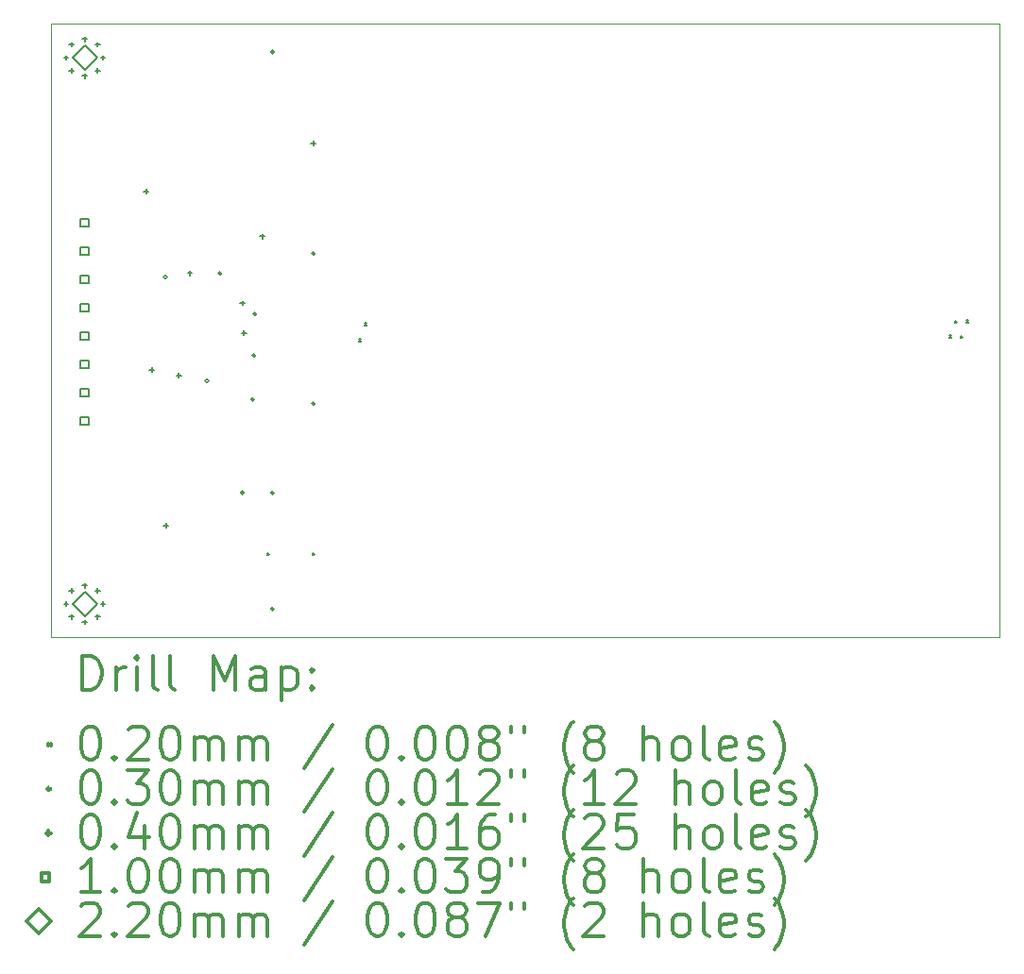
<source format=gbr>
%FSLAX45Y45*%
G04 Gerber Fmt 4.5, Leading zero omitted, Abs format (unit mm)*
G04 Created by KiCad (PCBNEW (5.1.2)-2) date 2022-12-09 13:09:03*
%MOMM*%
%LPD*%
G04 APERTURE LIST*
%ADD10C,0.100000*%
%ADD11C,0.200000*%
%ADD12C,0.300000*%
G04 APERTURE END LIST*
D10*
X16755000Y-12700000D02*
X8255000Y-12700000D01*
X16755000Y-7200000D02*
X16755000Y-12700000D01*
X8255000Y-7200000D02*
X16755000Y-7200000D01*
X8255000Y-12700000D02*
X8255000Y-7200000D01*
D11*
X10190640Y-11947050D02*
X10210640Y-11967050D01*
X10210640Y-11947050D02*
X10190640Y-11967050D01*
X10595770Y-11947050D02*
X10615770Y-11967050D01*
X10615770Y-11947050D02*
X10595770Y-11967050D01*
X11009600Y-10028080D02*
X11029600Y-10048080D01*
X11029600Y-10028080D02*
X11009600Y-10048080D01*
X11060400Y-9882030D02*
X11080400Y-9902030D01*
X11080400Y-9882030D02*
X11060400Y-9902030D01*
X16305500Y-9993790D02*
X16325500Y-10013790D01*
X16325500Y-9993790D02*
X16305500Y-10013790D01*
X16356300Y-9859170D02*
X16376300Y-9879170D01*
X16376300Y-9859170D02*
X16356300Y-9879170D01*
X16407100Y-9996330D02*
X16427100Y-10016330D01*
X16427100Y-9996330D02*
X16407100Y-10016330D01*
X16456630Y-9857900D02*
X16476630Y-9877900D01*
X16476630Y-9857900D02*
X16456630Y-9877900D01*
X9292236Y-9467964D02*
G75*
G03X9292236Y-9467964I-15000J0D01*
G01*
X9667000Y-10401300D02*
G75*
G03X9667000Y-10401300I-15000J0D01*
G01*
X9781300Y-9436100D02*
G75*
G03X9781300Y-9436100I-15000J0D01*
G01*
X9984500Y-11404600D02*
G75*
G03X9984500Y-11404600I-15000J0D01*
G01*
X10073400Y-10566400D02*
G75*
G03X10073400Y-10566400I-15000J0D01*
G01*
X10087370Y-10173970D02*
G75*
G03X10087370Y-10173970I-15000J0D01*
G01*
X10093720Y-9801860D02*
G75*
G03X10093720Y-9801860I-15000J0D01*
G01*
X10251200Y-11404600D02*
G75*
G03X10251200Y-11404600I-15000J0D01*
G01*
X10251200Y-12446000D02*
G75*
G03X10251200Y-12446000I-15000J0D01*
G01*
X10256100Y-7450000D02*
G75*
G03X10256100Y-7450000I-15000J0D01*
G01*
X10619500Y-9258300D02*
G75*
G03X10619500Y-9258300I-15000J0D01*
G01*
X10619500Y-10604500D02*
G75*
G03X10619500Y-10604500I-15000J0D01*
G01*
X9105900Y-8679500D02*
X9105900Y-8719500D01*
X9085900Y-8699500D02*
X9125900Y-8699500D01*
X9156700Y-10279700D02*
X9156700Y-10319700D01*
X9136700Y-10299700D02*
X9176700Y-10299700D01*
X9283700Y-11676700D02*
X9283700Y-11716700D01*
X9263700Y-11696700D02*
X9303700Y-11696700D01*
X9398000Y-10330500D02*
X9398000Y-10370500D01*
X9378000Y-10350500D02*
X9418000Y-10350500D01*
X9498639Y-9415139D02*
X9498639Y-9455139D01*
X9478639Y-9435139D02*
X9518639Y-9435139D01*
X9969500Y-9682800D02*
X9969500Y-9722800D01*
X9949500Y-9702800D02*
X9989500Y-9702800D01*
X9982200Y-9949500D02*
X9982200Y-9989500D01*
X9962200Y-9969500D02*
X10002200Y-9969500D01*
X10146400Y-9085000D02*
X10146400Y-9125000D01*
X10126400Y-9105000D02*
X10166400Y-9105000D01*
X10604500Y-8247700D02*
X10604500Y-8287700D01*
X10584500Y-8267700D02*
X10624500Y-8267700D01*
X8390000Y-12380000D02*
X8390000Y-12420000D01*
X8370000Y-12400000D02*
X8410000Y-12400000D01*
X8438327Y-12263327D02*
X8438327Y-12303327D01*
X8418327Y-12283327D02*
X8458327Y-12283327D01*
X8438327Y-12496673D02*
X8438327Y-12536673D01*
X8418327Y-12516673D02*
X8458327Y-12516673D01*
X8555000Y-12215000D02*
X8555000Y-12255000D01*
X8535000Y-12235000D02*
X8575000Y-12235000D01*
X8555000Y-12545000D02*
X8555000Y-12585000D01*
X8535000Y-12565000D02*
X8575000Y-12565000D01*
X8671673Y-12263327D02*
X8671673Y-12303327D01*
X8651673Y-12283327D02*
X8691673Y-12283327D01*
X8671673Y-12496673D02*
X8671673Y-12536673D01*
X8651673Y-12516673D02*
X8691673Y-12516673D01*
X8720000Y-12380000D02*
X8720000Y-12420000D01*
X8700000Y-12400000D02*
X8740000Y-12400000D01*
X8390000Y-7480000D02*
X8390000Y-7520000D01*
X8370000Y-7500000D02*
X8410000Y-7500000D01*
X8438327Y-7363327D02*
X8438327Y-7403327D01*
X8418327Y-7383327D02*
X8458327Y-7383327D01*
X8438327Y-7596673D02*
X8438327Y-7636673D01*
X8418327Y-7616673D02*
X8458327Y-7616673D01*
X8555000Y-7315000D02*
X8555000Y-7355000D01*
X8535000Y-7335000D02*
X8575000Y-7335000D01*
X8555000Y-7645000D02*
X8555000Y-7685000D01*
X8535000Y-7665000D02*
X8575000Y-7665000D01*
X8671673Y-7363327D02*
X8671673Y-7403327D01*
X8651673Y-7383327D02*
X8691673Y-7383327D01*
X8671673Y-7596673D02*
X8671673Y-7636673D01*
X8651673Y-7616673D02*
X8691673Y-7616673D01*
X8720000Y-7480000D02*
X8720000Y-7520000D01*
X8700000Y-7500000D02*
X8740000Y-7500000D01*
X8590356Y-9019356D02*
X8590356Y-8948644D01*
X8519644Y-8948644D01*
X8519644Y-9019356D01*
X8590356Y-9019356D01*
X8590356Y-9273356D02*
X8590356Y-9202644D01*
X8519644Y-9202644D01*
X8519644Y-9273356D01*
X8590356Y-9273356D01*
X8590356Y-9527356D02*
X8590356Y-9456644D01*
X8519644Y-9456644D01*
X8519644Y-9527356D01*
X8590356Y-9527356D01*
X8590356Y-9781356D02*
X8590356Y-9710644D01*
X8519644Y-9710644D01*
X8519644Y-9781356D01*
X8590356Y-9781356D01*
X8590356Y-10035356D02*
X8590356Y-9964644D01*
X8519644Y-9964644D01*
X8519644Y-10035356D01*
X8590356Y-10035356D01*
X8590356Y-10289356D02*
X8590356Y-10218644D01*
X8519644Y-10218644D01*
X8519644Y-10289356D01*
X8590356Y-10289356D01*
X8590356Y-10543356D02*
X8590356Y-10472644D01*
X8519644Y-10472644D01*
X8519644Y-10543356D01*
X8590356Y-10543356D01*
X8590356Y-10797356D02*
X8590356Y-10726644D01*
X8519644Y-10726644D01*
X8519644Y-10797356D01*
X8590356Y-10797356D01*
X8555000Y-12510000D02*
X8665000Y-12400000D01*
X8555000Y-12290000D01*
X8445000Y-12400000D01*
X8555000Y-12510000D01*
X8555000Y-7610000D02*
X8665000Y-7500000D01*
X8555000Y-7390000D01*
X8445000Y-7500000D01*
X8555000Y-7610000D01*
D12*
X8536428Y-13170714D02*
X8536428Y-12870714D01*
X8607857Y-12870714D01*
X8650714Y-12885000D01*
X8679286Y-12913571D01*
X8693571Y-12942143D01*
X8707857Y-12999286D01*
X8707857Y-13042143D01*
X8693571Y-13099286D01*
X8679286Y-13127857D01*
X8650714Y-13156429D01*
X8607857Y-13170714D01*
X8536428Y-13170714D01*
X8836428Y-13170714D02*
X8836428Y-12970714D01*
X8836428Y-13027857D02*
X8850714Y-12999286D01*
X8865000Y-12985000D01*
X8893571Y-12970714D01*
X8922143Y-12970714D01*
X9022143Y-13170714D02*
X9022143Y-12970714D01*
X9022143Y-12870714D02*
X9007857Y-12885000D01*
X9022143Y-12899286D01*
X9036428Y-12885000D01*
X9022143Y-12870714D01*
X9022143Y-12899286D01*
X9207857Y-13170714D02*
X9179286Y-13156429D01*
X9165000Y-13127857D01*
X9165000Y-12870714D01*
X9365000Y-13170714D02*
X9336428Y-13156429D01*
X9322143Y-13127857D01*
X9322143Y-12870714D01*
X9707857Y-13170714D02*
X9707857Y-12870714D01*
X9807857Y-13085000D01*
X9907857Y-12870714D01*
X9907857Y-13170714D01*
X10179286Y-13170714D02*
X10179286Y-13013571D01*
X10165000Y-12985000D01*
X10136428Y-12970714D01*
X10079286Y-12970714D01*
X10050714Y-12985000D01*
X10179286Y-13156429D02*
X10150714Y-13170714D01*
X10079286Y-13170714D01*
X10050714Y-13156429D01*
X10036428Y-13127857D01*
X10036428Y-13099286D01*
X10050714Y-13070714D01*
X10079286Y-13056429D01*
X10150714Y-13056429D01*
X10179286Y-13042143D01*
X10322143Y-12970714D02*
X10322143Y-13270714D01*
X10322143Y-12985000D02*
X10350714Y-12970714D01*
X10407857Y-12970714D01*
X10436428Y-12985000D01*
X10450714Y-12999286D01*
X10465000Y-13027857D01*
X10465000Y-13113571D01*
X10450714Y-13142143D01*
X10436428Y-13156429D01*
X10407857Y-13170714D01*
X10350714Y-13170714D01*
X10322143Y-13156429D01*
X10593571Y-13142143D02*
X10607857Y-13156429D01*
X10593571Y-13170714D01*
X10579286Y-13156429D01*
X10593571Y-13142143D01*
X10593571Y-13170714D01*
X10593571Y-12985000D02*
X10607857Y-12999286D01*
X10593571Y-13013571D01*
X10579286Y-12999286D01*
X10593571Y-12985000D01*
X10593571Y-13013571D01*
X8230000Y-13655000D02*
X8250000Y-13675000D01*
X8250000Y-13655000D02*
X8230000Y-13675000D01*
X8593571Y-13500714D02*
X8622143Y-13500714D01*
X8650714Y-13515000D01*
X8665000Y-13529286D01*
X8679286Y-13557857D01*
X8693571Y-13615000D01*
X8693571Y-13686429D01*
X8679286Y-13743571D01*
X8665000Y-13772143D01*
X8650714Y-13786429D01*
X8622143Y-13800714D01*
X8593571Y-13800714D01*
X8565000Y-13786429D01*
X8550714Y-13772143D01*
X8536428Y-13743571D01*
X8522143Y-13686429D01*
X8522143Y-13615000D01*
X8536428Y-13557857D01*
X8550714Y-13529286D01*
X8565000Y-13515000D01*
X8593571Y-13500714D01*
X8822143Y-13772143D02*
X8836428Y-13786429D01*
X8822143Y-13800714D01*
X8807857Y-13786429D01*
X8822143Y-13772143D01*
X8822143Y-13800714D01*
X8950714Y-13529286D02*
X8965000Y-13515000D01*
X8993571Y-13500714D01*
X9065000Y-13500714D01*
X9093571Y-13515000D01*
X9107857Y-13529286D01*
X9122143Y-13557857D01*
X9122143Y-13586429D01*
X9107857Y-13629286D01*
X8936428Y-13800714D01*
X9122143Y-13800714D01*
X9307857Y-13500714D02*
X9336428Y-13500714D01*
X9365000Y-13515000D01*
X9379286Y-13529286D01*
X9393571Y-13557857D01*
X9407857Y-13615000D01*
X9407857Y-13686429D01*
X9393571Y-13743571D01*
X9379286Y-13772143D01*
X9365000Y-13786429D01*
X9336428Y-13800714D01*
X9307857Y-13800714D01*
X9279286Y-13786429D01*
X9265000Y-13772143D01*
X9250714Y-13743571D01*
X9236428Y-13686429D01*
X9236428Y-13615000D01*
X9250714Y-13557857D01*
X9265000Y-13529286D01*
X9279286Y-13515000D01*
X9307857Y-13500714D01*
X9536428Y-13800714D02*
X9536428Y-13600714D01*
X9536428Y-13629286D02*
X9550714Y-13615000D01*
X9579286Y-13600714D01*
X9622143Y-13600714D01*
X9650714Y-13615000D01*
X9665000Y-13643571D01*
X9665000Y-13800714D01*
X9665000Y-13643571D02*
X9679286Y-13615000D01*
X9707857Y-13600714D01*
X9750714Y-13600714D01*
X9779286Y-13615000D01*
X9793571Y-13643571D01*
X9793571Y-13800714D01*
X9936428Y-13800714D02*
X9936428Y-13600714D01*
X9936428Y-13629286D02*
X9950714Y-13615000D01*
X9979286Y-13600714D01*
X10022143Y-13600714D01*
X10050714Y-13615000D01*
X10065000Y-13643571D01*
X10065000Y-13800714D01*
X10065000Y-13643571D02*
X10079286Y-13615000D01*
X10107857Y-13600714D01*
X10150714Y-13600714D01*
X10179286Y-13615000D01*
X10193571Y-13643571D01*
X10193571Y-13800714D01*
X10779286Y-13486429D02*
X10522143Y-13872143D01*
X11165000Y-13500714D02*
X11193571Y-13500714D01*
X11222143Y-13515000D01*
X11236428Y-13529286D01*
X11250714Y-13557857D01*
X11265000Y-13615000D01*
X11265000Y-13686429D01*
X11250714Y-13743571D01*
X11236428Y-13772143D01*
X11222143Y-13786429D01*
X11193571Y-13800714D01*
X11165000Y-13800714D01*
X11136428Y-13786429D01*
X11122143Y-13772143D01*
X11107857Y-13743571D01*
X11093571Y-13686429D01*
X11093571Y-13615000D01*
X11107857Y-13557857D01*
X11122143Y-13529286D01*
X11136428Y-13515000D01*
X11165000Y-13500714D01*
X11393571Y-13772143D02*
X11407857Y-13786429D01*
X11393571Y-13800714D01*
X11379286Y-13786429D01*
X11393571Y-13772143D01*
X11393571Y-13800714D01*
X11593571Y-13500714D02*
X11622143Y-13500714D01*
X11650714Y-13515000D01*
X11665000Y-13529286D01*
X11679286Y-13557857D01*
X11693571Y-13615000D01*
X11693571Y-13686429D01*
X11679286Y-13743571D01*
X11665000Y-13772143D01*
X11650714Y-13786429D01*
X11622143Y-13800714D01*
X11593571Y-13800714D01*
X11565000Y-13786429D01*
X11550714Y-13772143D01*
X11536428Y-13743571D01*
X11522143Y-13686429D01*
X11522143Y-13615000D01*
X11536428Y-13557857D01*
X11550714Y-13529286D01*
X11565000Y-13515000D01*
X11593571Y-13500714D01*
X11879286Y-13500714D02*
X11907857Y-13500714D01*
X11936428Y-13515000D01*
X11950714Y-13529286D01*
X11965000Y-13557857D01*
X11979286Y-13615000D01*
X11979286Y-13686429D01*
X11965000Y-13743571D01*
X11950714Y-13772143D01*
X11936428Y-13786429D01*
X11907857Y-13800714D01*
X11879286Y-13800714D01*
X11850714Y-13786429D01*
X11836428Y-13772143D01*
X11822143Y-13743571D01*
X11807857Y-13686429D01*
X11807857Y-13615000D01*
X11822143Y-13557857D01*
X11836428Y-13529286D01*
X11850714Y-13515000D01*
X11879286Y-13500714D01*
X12150714Y-13629286D02*
X12122143Y-13615000D01*
X12107857Y-13600714D01*
X12093571Y-13572143D01*
X12093571Y-13557857D01*
X12107857Y-13529286D01*
X12122143Y-13515000D01*
X12150714Y-13500714D01*
X12207857Y-13500714D01*
X12236428Y-13515000D01*
X12250714Y-13529286D01*
X12265000Y-13557857D01*
X12265000Y-13572143D01*
X12250714Y-13600714D01*
X12236428Y-13615000D01*
X12207857Y-13629286D01*
X12150714Y-13629286D01*
X12122143Y-13643571D01*
X12107857Y-13657857D01*
X12093571Y-13686429D01*
X12093571Y-13743571D01*
X12107857Y-13772143D01*
X12122143Y-13786429D01*
X12150714Y-13800714D01*
X12207857Y-13800714D01*
X12236428Y-13786429D01*
X12250714Y-13772143D01*
X12265000Y-13743571D01*
X12265000Y-13686429D01*
X12250714Y-13657857D01*
X12236428Y-13643571D01*
X12207857Y-13629286D01*
X12379286Y-13500714D02*
X12379286Y-13557857D01*
X12493571Y-13500714D02*
X12493571Y-13557857D01*
X12936428Y-13915000D02*
X12922143Y-13900714D01*
X12893571Y-13857857D01*
X12879286Y-13829286D01*
X12865000Y-13786429D01*
X12850714Y-13715000D01*
X12850714Y-13657857D01*
X12865000Y-13586429D01*
X12879286Y-13543571D01*
X12893571Y-13515000D01*
X12922143Y-13472143D01*
X12936428Y-13457857D01*
X13093571Y-13629286D02*
X13065000Y-13615000D01*
X13050714Y-13600714D01*
X13036428Y-13572143D01*
X13036428Y-13557857D01*
X13050714Y-13529286D01*
X13065000Y-13515000D01*
X13093571Y-13500714D01*
X13150714Y-13500714D01*
X13179286Y-13515000D01*
X13193571Y-13529286D01*
X13207857Y-13557857D01*
X13207857Y-13572143D01*
X13193571Y-13600714D01*
X13179286Y-13615000D01*
X13150714Y-13629286D01*
X13093571Y-13629286D01*
X13065000Y-13643571D01*
X13050714Y-13657857D01*
X13036428Y-13686429D01*
X13036428Y-13743571D01*
X13050714Y-13772143D01*
X13065000Y-13786429D01*
X13093571Y-13800714D01*
X13150714Y-13800714D01*
X13179286Y-13786429D01*
X13193571Y-13772143D01*
X13207857Y-13743571D01*
X13207857Y-13686429D01*
X13193571Y-13657857D01*
X13179286Y-13643571D01*
X13150714Y-13629286D01*
X13565000Y-13800714D02*
X13565000Y-13500714D01*
X13693571Y-13800714D02*
X13693571Y-13643571D01*
X13679286Y-13615000D01*
X13650714Y-13600714D01*
X13607857Y-13600714D01*
X13579286Y-13615000D01*
X13565000Y-13629286D01*
X13879286Y-13800714D02*
X13850714Y-13786429D01*
X13836428Y-13772143D01*
X13822143Y-13743571D01*
X13822143Y-13657857D01*
X13836428Y-13629286D01*
X13850714Y-13615000D01*
X13879286Y-13600714D01*
X13922143Y-13600714D01*
X13950714Y-13615000D01*
X13965000Y-13629286D01*
X13979286Y-13657857D01*
X13979286Y-13743571D01*
X13965000Y-13772143D01*
X13950714Y-13786429D01*
X13922143Y-13800714D01*
X13879286Y-13800714D01*
X14150714Y-13800714D02*
X14122143Y-13786429D01*
X14107857Y-13757857D01*
X14107857Y-13500714D01*
X14379286Y-13786429D02*
X14350714Y-13800714D01*
X14293571Y-13800714D01*
X14265000Y-13786429D01*
X14250714Y-13757857D01*
X14250714Y-13643571D01*
X14265000Y-13615000D01*
X14293571Y-13600714D01*
X14350714Y-13600714D01*
X14379286Y-13615000D01*
X14393571Y-13643571D01*
X14393571Y-13672143D01*
X14250714Y-13700714D01*
X14507857Y-13786429D02*
X14536428Y-13800714D01*
X14593571Y-13800714D01*
X14622143Y-13786429D01*
X14636428Y-13757857D01*
X14636428Y-13743571D01*
X14622143Y-13715000D01*
X14593571Y-13700714D01*
X14550714Y-13700714D01*
X14522143Y-13686429D01*
X14507857Y-13657857D01*
X14507857Y-13643571D01*
X14522143Y-13615000D01*
X14550714Y-13600714D01*
X14593571Y-13600714D01*
X14622143Y-13615000D01*
X14736428Y-13915000D02*
X14750714Y-13900714D01*
X14779286Y-13857857D01*
X14793571Y-13829286D01*
X14807857Y-13786429D01*
X14822143Y-13715000D01*
X14822143Y-13657857D01*
X14807857Y-13586429D01*
X14793571Y-13543571D01*
X14779286Y-13515000D01*
X14750714Y-13472143D01*
X14736428Y-13457857D01*
X8250000Y-14061000D02*
G75*
G03X8250000Y-14061000I-15000J0D01*
G01*
X8593571Y-13896714D02*
X8622143Y-13896714D01*
X8650714Y-13911000D01*
X8665000Y-13925286D01*
X8679286Y-13953857D01*
X8693571Y-14011000D01*
X8693571Y-14082429D01*
X8679286Y-14139571D01*
X8665000Y-14168143D01*
X8650714Y-14182429D01*
X8622143Y-14196714D01*
X8593571Y-14196714D01*
X8565000Y-14182429D01*
X8550714Y-14168143D01*
X8536428Y-14139571D01*
X8522143Y-14082429D01*
X8522143Y-14011000D01*
X8536428Y-13953857D01*
X8550714Y-13925286D01*
X8565000Y-13911000D01*
X8593571Y-13896714D01*
X8822143Y-14168143D02*
X8836428Y-14182429D01*
X8822143Y-14196714D01*
X8807857Y-14182429D01*
X8822143Y-14168143D01*
X8822143Y-14196714D01*
X8936428Y-13896714D02*
X9122143Y-13896714D01*
X9022143Y-14011000D01*
X9065000Y-14011000D01*
X9093571Y-14025286D01*
X9107857Y-14039571D01*
X9122143Y-14068143D01*
X9122143Y-14139571D01*
X9107857Y-14168143D01*
X9093571Y-14182429D01*
X9065000Y-14196714D01*
X8979286Y-14196714D01*
X8950714Y-14182429D01*
X8936428Y-14168143D01*
X9307857Y-13896714D02*
X9336428Y-13896714D01*
X9365000Y-13911000D01*
X9379286Y-13925286D01*
X9393571Y-13953857D01*
X9407857Y-14011000D01*
X9407857Y-14082429D01*
X9393571Y-14139571D01*
X9379286Y-14168143D01*
X9365000Y-14182429D01*
X9336428Y-14196714D01*
X9307857Y-14196714D01*
X9279286Y-14182429D01*
X9265000Y-14168143D01*
X9250714Y-14139571D01*
X9236428Y-14082429D01*
X9236428Y-14011000D01*
X9250714Y-13953857D01*
X9265000Y-13925286D01*
X9279286Y-13911000D01*
X9307857Y-13896714D01*
X9536428Y-14196714D02*
X9536428Y-13996714D01*
X9536428Y-14025286D02*
X9550714Y-14011000D01*
X9579286Y-13996714D01*
X9622143Y-13996714D01*
X9650714Y-14011000D01*
X9665000Y-14039571D01*
X9665000Y-14196714D01*
X9665000Y-14039571D02*
X9679286Y-14011000D01*
X9707857Y-13996714D01*
X9750714Y-13996714D01*
X9779286Y-14011000D01*
X9793571Y-14039571D01*
X9793571Y-14196714D01*
X9936428Y-14196714D02*
X9936428Y-13996714D01*
X9936428Y-14025286D02*
X9950714Y-14011000D01*
X9979286Y-13996714D01*
X10022143Y-13996714D01*
X10050714Y-14011000D01*
X10065000Y-14039571D01*
X10065000Y-14196714D01*
X10065000Y-14039571D02*
X10079286Y-14011000D01*
X10107857Y-13996714D01*
X10150714Y-13996714D01*
X10179286Y-14011000D01*
X10193571Y-14039571D01*
X10193571Y-14196714D01*
X10779286Y-13882429D02*
X10522143Y-14268143D01*
X11165000Y-13896714D02*
X11193571Y-13896714D01*
X11222143Y-13911000D01*
X11236428Y-13925286D01*
X11250714Y-13953857D01*
X11265000Y-14011000D01*
X11265000Y-14082429D01*
X11250714Y-14139571D01*
X11236428Y-14168143D01*
X11222143Y-14182429D01*
X11193571Y-14196714D01*
X11165000Y-14196714D01*
X11136428Y-14182429D01*
X11122143Y-14168143D01*
X11107857Y-14139571D01*
X11093571Y-14082429D01*
X11093571Y-14011000D01*
X11107857Y-13953857D01*
X11122143Y-13925286D01*
X11136428Y-13911000D01*
X11165000Y-13896714D01*
X11393571Y-14168143D02*
X11407857Y-14182429D01*
X11393571Y-14196714D01*
X11379286Y-14182429D01*
X11393571Y-14168143D01*
X11393571Y-14196714D01*
X11593571Y-13896714D02*
X11622143Y-13896714D01*
X11650714Y-13911000D01*
X11665000Y-13925286D01*
X11679286Y-13953857D01*
X11693571Y-14011000D01*
X11693571Y-14082429D01*
X11679286Y-14139571D01*
X11665000Y-14168143D01*
X11650714Y-14182429D01*
X11622143Y-14196714D01*
X11593571Y-14196714D01*
X11565000Y-14182429D01*
X11550714Y-14168143D01*
X11536428Y-14139571D01*
X11522143Y-14082429D01*
X11522143Y-14011000D01*
X11536428Y-13953857D01*
X11550714Y-13925286D01*
X11565000Y-13911000D01*
X11593571Y-13896714D01*
X11979286Y-14196714D02*
X11807857Y-14196714D01*
X11893571Y-14196714D02*
X11893571Y-13896714D01*
X11865000Y-13939571D01*
X11836428Y-13968143D01*
X11807857Y-13982429D01*
X12093571Y-13925286D02*
X12107857Y-13911000D01*
X12136428Y-13896714D01*
X12207857Y-13896714D01*
X12236428Y-13911000D01*
X12250714Y-13925286D01*
X12265000Y-13953857D01*
X12265000Y-13982429D01*
X12250714Y-14025286D01*
X12079286Y-14196714D01*
X12265000Y-14196714D01*
X12379286Y-13896714D02*
X12379286Y-13953857D01*
X12493571Y-13896714D02*
X12493571Y-13953857D01*
X12936428Y-14311000D02*
X12922143Y-14296714D01*
X12893571Y-14253857D01*
X12879286Y-14225286D01*
X12865000Y-14182429D01*
X12850714Y-14111000D01*
X12850714Y-14053857D01*
X12865000Y-13982429D01*
X12879286Y-13939571D01*
X12893571Y-13911000D01*
X12922143Y-13868143D01*
X12936428Y-13853857D01*
X13207857Y-14196714D02*
X13036428Y-14196714D01*
X13122143Y-14196714D02*
X13122143Y-13896714D01*
X13093571Y-13939571D01*
X13065000Y-13968143D01*
X13036428Y-13982429D01*
X13322143Y-13925286D02*
X13336428Y-13911000D01*
X13365000Y-13896714D01*
X13436428Y-13896714D01*
X13465000Y-13911000D01*
X13479286Y-13925286D01*
X13493571Y-13953857D01*
X13493571Y-13982429D01*
X13479286Y-14025286D01*
X13307857Y-14196714D01*
X13493571Y-14196714D01*
X13850714Y-14196714D02*
X13850714Y-13896714D01*
X13979286Y-14196714D02*
X13979286Y-14039571D01*
X13965000Y-14011000D01*
X13936428Y-13996714D01*
X13893571Y-13996714D01*
X13865000Y-14011000D01*
X13850714Y-14025286D01*
X14165000Y-14196714D02*
X14136428Y-14182429D01*
X14122143Y-14168143D01*
X14107857Y-14139571D01*
X14107857Y-14053857D01*
X14122143Y-14025286D01*
X14136428Y-14011000D01*
X14165000Y-13996714D01*
X14207857Y-13996714D01*
X14236428Y-14011000D01*
X14250714Y-14025286D01*
X14265000Y-14053857D01*
X14265000Y-14139571D01*
X14250714Y-14168143D01*
X14236428Y-14182429D01*
X14207857Y-14196714D01*
X14165000Y-14196714D01*
X14436428Y-14196714D02*
X14407857Y-14182429D01*
X14393571Y-14153857D01*
X14393571Y-13896714D01*
X14665000Y-14182429D02*
X14636428Y-14196714D01*
X14579286Y-14196714D01*
X14550714Y-14182429D01*
X14536428Y-14153857D01*
X14536428Y-14039571D01*
X14550714Y-14011000D01*
X14579286Y-13996714D01*
X14636428Y-13996714D01*
X14665000Y-14011000D01*
X14679286Y-14039571D01*
X14679286Y-14068143D01*
X14536428Y-14096714D01*
X14793571Y-14182429D02*
X14822143Y-14196714D01*
X14879286Y-14196714D01*
X14907857Y-14182429D01*
X14922143Y-14153857D01*
X14922143Y-14139571D01*
X14907857Y-14111000D01*
X14879286Y-14096714D01*
X14836428Y-14096714D01*
X14807857Y-14082429D01*
X14793571Y-14053857D01*
X14793571Y-14039571D01*
X14807857Y-14011000D01*
X14836428Y-13996714D01*
X14879286Y-13996714D01*
X14907857Y-14011000D01*
X15022143Y-14311000D02*
X15036428Y-14296714D01*
X15065000Y-14253857D01*
X15079286Y-14225286D01*
X15093571Y-14182429D01*
X15107857Y-14111000D01*
X15107857Y-14053857D01*
X15093571Y-13982429D01*
X15079286Y-13939571D01*
X15065000Y-13911000D01*
X15036428Y-13868143D01*
X15022143Y-13853857D01*
X8230000Y-14437000D02*
X8230000Y-14477000D01*
X8210000Y-14457000D02*
X8250000Y-14457000D01*
X8593571Y-14292714D02*
X8622143Y-14292714D01*
X8650714Y-14307000D01*
X8665000Y-14321286D01*
X8679286Y-14349857D01*
X8693571Y-14407000D01*
X8693571Y-14478429D01*
X8679286Y-14535571D01*
X8665000Y-14564143D01*
X8650714Y-14578429D01*
X8622143Y-14592714D01*
X8593571Y-14592714D01*
X8565000Y-14578429D01*
X8550714Y-14564143D01*
X8536428Y-14535571D01*
X8522143Y-14478429D01*
X8522143Y-14407000D01*
X8536428Y-14349857D01*
X8550714Y-14321286D01*
X8565000Y-14307000D01*
X8593571Y-14292714D01*
X8822143Y-14564143D02*
X8836428Y-14578429D01*
X8822143Y-14592714D01*
X8807857Y-14578429D01*
X8822143Y-14564143D01*
X8822143Y-14592714D01*
X9093571Y-14392714D02*
X9093571Y-14592714D01*
X9022143Y-14278429D02*
X8950714Y-14492714D01*
X9136428Y-14492714D01*
X9307857Y-14292714D02*
X9336428Y-14292714D01*
X9365000Y-14307000D01*
X9379286Y-14321286D01*
X9393571Y-14349857D01*
X9407857Y-14407000D01*
X9407857Y-14478429D01*
X9393571Y-14535571D01*
X9379286Y-14564143D01*
X9365000Y-14578429D01*
X9336428Y-14592714D01*
X9307857Y-14592714D01*
X9279286Y-14578429D01*
X9265000Y-14564143D01*
X9250714Y-14535571D01*
X9236428Y-14478429D01*
X9236428Y-14407000D01*
X9250714Y-14349857D01*
X9265000Y-14321286D01*
X9279286Y-14307000D01*
X9307857Y-14292714D01*
X9536428Y-14592714D02*
X9536428Y-14392714D01*
X9536428Y-14421286D02*
X9550714Y-14407000D01*
X9579286Y-14392714D01*
X9622143Y-14392714D01*
X9650714Y-14407000D01*
X9665000Y-14435571D01*
X9665000Y-14592714D01*
X9665000Y-14435571D02*
X9679286Y-14407000D01*
X9707857Y-14392714D01*
X9750714Y-14392714D01*
X9779286Y-14407000D01*
X9793571Y-14435571D01*
X9793571Y-14592714D01*
X9936428Y-14592714D02*
X9936428Y-14392714D01*
X9936428Y-14421286D02*
X9950714Y-14407000D01*
X9979286Y-14392714D01*
X10022143Y-14392714D01*
X10050714Y-14407000D01*
X10065000Y-14435571D01*
X10065000Y-14592714D01*
X10065000Y-14435571D02*
X10079286Y-14407000D01*
X10107857Y-14392714D01*
X10150714Y-14392714D01*
X10179286Y-14407000D01*
X10193571Y-14435571D01*
X10193571Y-14592714D01*
X10779286Y-14278429D02*
X10522143Y-14664143D01*
X11165000Y-14292714D02*
X11193571Y-14292714D01*
X11222143Y-14307000D01*
X11236428Y-14321286D01*
X11250714Y-14349857D01*
X11265000Y-14407000D01*
X11265000Y-14478429D01*
X11250714Y-14535571D01*
X11236428Y-14564143D01*
X11222143Y-14578429D01*
X11193571Y-14592714D01*
X11165000Y-14592714D01*
X11136428Y-14578429D01*
X11122143Y-14564143D01*
X11107857Y-14535571D01*
X11093571Y-14478429D01*
X11093571Y-14407000D01*
X11107857Y-14349857D01*
X11122143Y-14321286D01*
X11136428Y-14307000D01*
X11165000Y-14292714D01*
X11393571Y-14564143D02*
X11407857Y-14578429D01*
X11393571Y-14592714D01*
X11379286Y-14578429D01*
X11393571Y-14564143D01*
X11393571Y-14592714D01*
X11593571Y-14292714D02*
X11622143Y-14292714D01*
X11650714Y-14307000D01*
X11665000Y-14321286D01*
X11679286Y-14349857D01*
X11693571Y-14407000D01*
X11693571Y-14478429D01*
X11679286Y-14535571D01*
X11665000Y-14564143D01*
X11650714Y-14578429D01*
X11622143Y-14592714D01*
X11593571Y-14592714D01*
X11565000Y-14578429D01*
X11550714Y-14564143D01*
X11536428Y-14535571D01*
X11522143Y-14478429D01*
X11522143Y-14407000D01*
X11536428Y-14349857D01*
X11550714Y-14321286D01*
X11565000Y-14307000D01*
X11593571Y-14292714D01*
X11979286Y-14592714D02*
X11807857Y-14592714D01*
X11893571Y-14592714D02*
X11893571Y-14292714D01*
X11865000Y-14335571D01*
X11836428Y-14364143D01*
X11807857Y-14378429D01*
X12236428Y-14292714D02*
X12179286Y-14292714D01*
X12150714Y-14307000D01*
X12136428Y-14321286D01*
X12107857Y-14364143D01*
X12093571Y-14421286D01*
X12093571Y-14535571D01*
X12107857Y-14564143D01*
X12122143Y-14578429D01*
X12150714Y-14592714D01*
X12207857Y-14592714D01*
X12236428Y-14578429D01*
X12250714Y-14564143D01*
X12265000Y-14535571D01*
X12265000Y-14464143D01*
X12250714Y-14435571D01*
X12236428Y-14421286D01*
X12207857Y-14407000D01*
X12150714Y-14407000D01*
X12122143Y-14421286D01*
X12107857Y-14435571D01*
X12093571Y-14464143D01*
X12379286Y-14292714D02*
X12379286Y-14349857D01*
X12493571Y-14292714D02*
X12493571Y-14349857D01*
X12936428Y-14707000D02*
X12922143Y-14692714D01*
X12893571Y-14649857D01*
X12879286Y-14621286D01*
X12865000Y-14578429D01*
X12850714Y-14507000D01*
X12850714Y-14449857D01*
X12865000Y-14378429D01*
X12879286Y-14335571D01*
X12893571Y-14307000D01*
X12922143Y-14264143D01*
X12936428Y-14249857D01*
X13036428Y-14321286D02*
X13050714Y-14307000D01*
X13079286Y-14292714D01*
X13150714Y-14292714D01*
X13179286Y-14307000D01*
X13193571Y-14321286D01*
X13207857Y-14349857D01*
X13207857Y-14378429D01*
X13193571Y-14421286D01*
X13022143Y-14592714D01*
X13207857Y-14592714D01*
X13479286Y-14292714D02*
X13336428Y-14292714D01*
X13322143Y-14435571D01*
X13336428Y-14421286D01*
X13365000Y-14407000D01*
X13436428Y-14407000D01*
X13465000Y-14421286D01*
X13479286Y-14435571D01*
X13493571Y-14464143D01*
X13493571Y-14535571D01*
X13479286Y-14564143D01*
X13465000Y-14578429D01*
X13436428Y-14592714D01*
X13365000Y-14592714D01*
X13336428Y-14578429D01*
X13322143Y-14564143D01*
X13850714Y-14592714D02*
X13850714Y-14292714D01*
X13979286Y-14592714D02*
X13979286Y-14435571D01*
X13965000Y-14407000D01*
X13936428Y-14392714D01*
X13893571Y-14392714D01*
X13865000Y-14407000D01*
X13850714Y-14421286D01*
X14165000Y-14592714D02*
X14136428Y-14578429D01*
X14122143Y-14564143D01*
X14107857Y-14535571D01*
X14107857Y-14449857D01*
X14122143Y-14421286D01*
X14136428Y-14407000D01*
X14165000Y-14392714D01*
X14207857Y-14392714D01*
X14236428Y-14407000D01*
X14250714Y-14421286D01*
X14265000Y-14449857D01*
X14265000Y-14535571D01*
X14250714Y-14564143D01*
X14236428Y-14578429D01*
X14207857Y-14592714D01*
X14165000Y-14592714D01*
X14436428Y-14592714D02*
X14407857Y-14578429D01*
X14393571Y-14549857D01*
X14393571Y-14292714D01*
X14665000Y-14578429D02*
X14636428Y-14592714D01*
X14579286Y-14592714D01*
X14550714Y-14578429D01*
X14536428Y-14549857D01*
X14536428Y-14435571D01*
X14550714Y-14407000D01*
X14579286Y-14392714D01*
X14636428Y-14392714D01*
X14665000Y-14407000D01*
X14679286Y-14435571D01*
X14679286Y-14464143D01*
X14536428Y-14492714D01*
X14793571Y-14578429D02*
X14822143Y-14592714D01*
X14879286Y-14592714D01*
X14907857Y-14578429D01*
X14922143Y-14549857D01*
X14922143Y-14535571D01*
X14907857Y-14507000D01*
X14879286Y-14492714D01*
X14836428Y-14492714D01*
X14807857Y-14478429D01*
X14793571Y-14449857D01*
X14793571Y-14435571D01*
X14807857Y-14407000D01*
X14836428Y-14392714D01*
X14879286Y-14392714D01*
X14907857Y-14407000D01*
X15022143Y-14707000D02*
X15036428Y-14692714D01*
X15065000Y-14649857D01*
X15079286Y-14621286D01*
X15093571Y-14578429D01*
X15107857Y-14507000D01*
X15107857Y-14449857D01*
X15093571Y-14378429D01*
X15079286Y-14335571D01*
X15065000Y-14307000D01*
X15036428Y-14264143D01*
X15022143Y-14249857D01*
X8235356Y-14888356D02*
X8235356Y-14817644D01*
X8164644Y-14817644D01*
X8164644Y-14888356D01*
X8235356Y-14888356D01*
X8693571Y-14988714D02*
X8522143Y-14988714D01*
X8607857Y-14988714D02*
X8607857Y-14688714D01*
X8579286Y-14731571D01*
X8550714Y-14760143D01*
X8522143Y-14774429D01*
X8822143Y-14960143D02*
X8836428Y-14974429D01*
X8822143Y-14988714D01*
X8807857Y-14974429D01*
X8822143Y-14960143D01*
X8822143Y-14988714D01*
X9022143Y-14688714D02*
X9050714Y-14688714D01*
X9079286Y-14703000D01*
X9093571Y-14717286D01*
X9107857Y-14745857D01*
X9122143Y-14803000D01*
X9122143Y-14874429D01*
X9107857Y-14931571D01*
X9093571Y-14960143D01*
X9079286Y-14974429D01*
X9050714Y-14988714D01*
X9022143Y-14988714D01*
X8993571Y-14974429D01*
X8979286Y-14960143D01*
X8965000Y-14931571D01*
X8950714Y-14874429D01*
X8950714Y-14803000D01*
X8965000Y-14745857D01*
X8979286Y-14717286D01*
X8993571Y-14703000D01*
X9022143Y-14688714D01*
X9307857Y-14688714D02*
X9336428Y-14688714D01*
X9365000Y-14703000D01*
X9379286Y-14717286D01*
X9393571Y-14745857D01*
X9407857Y-14803000D01*
X9407857Y-14874429D01*
X9393571Y-14931571D01*
X9379286Y-14960143D01*
X9365000Y-14974429D01*
X9336428Y-14988714D01*
X9307857Y-14988714D01*
X9279286Y-14974429D01*
X9265000Y-14960143D01*
X9250714Y-14931571D01*
X9236428Y-14874429D01*
X9236428Y-14803000D01*
X9250714Y-14745857D01*
X9265000Y-14717286D01*
X9279286Y-14703000D01*
X9307857Y-14688714D01*
X9536428Y-14988714D02*
X9536428Y-14788714D01*
X9536428Y-14817286D02*
X9550714Y-14803000D01*
X9579286Y-14788714D01*
X9622143Y-14788714D01*
X9650714Y-14803000D01*
X9665000Y-14831571D01*
X9665000Y-14988714D01*
X9665000Y-14831571D02*
X9679286Y-14803000D01*
X9707857Y-14788714D01*
X9750714Y-14788714D01*
X9779286Y-14803000D01*
X9793571Y-14831571D01*
X9793571Y-14988714D01*
X9936428Y-14988714D02*
X9936428Y-14788714D01*
X9936428Y-14817286D02*
X9950714Y-14803000D01*
X9979286Y-14788714D01*
X10022143Y-14788714D01*
X10050714Y-14803000D01*
X10065000Y-14831571D01*
X10065000Y-14988714D01*
X10065000Y-14831571D02*
X10079286Y-14803000D01*
X10107857Y-14788714D01*
X10150714Y-14788714D01*
X10179286Y-14803000D01*
X10193571Y-14831571D01*
X10193571Y-14988714D01*
X10779286Y-14674429D02*
X10522143Y-15060143D01*
X11165000Y-14688714D02*
X11193571Y-14688714D01*
X11222143Y-14703000D01*
X11236428Y-14717286D01*
X11250714Y-14745857D01*
X11265000Y-14803000D01*
X11265000Y-14874429D01*
X11250714Y-14931571D01*
X11236428Y-14960143D01*
X11222143Y-14974429D01*
X11193571Y-14988714D01*
X11165000Y-14988714D01*
X11136428Y-14974429D01*
X11122143Y-14960143D01*
X11107857Y-14931571D01*
X11093571Y-14874429D01*
X11093571Y-14803000D01*
X11107857Y-14745857D01*
X11122143Y-14717286D01*
X11136428Y-14703000D01*
X11165000Y-14688714D01*
X11393571Y-14960143D02*
X11407857Y-14974429D01*
X11393571Y-14988714D01*
X11379286Y-14974429D01*
X11393571Y-14960143D01*
X11393571Y-14988714D01*
X11593571Y-14688714D02*
X11622143Y-14688714D01*
X11650714Y-14703000D01*
X11665000Y-14717286D01*
X11679286Y-14745857D01*
X11693571Y-14803000D01*
X11693571Y-14874429D01*
X11679286Y-14931571D01*
X11665000Y-14960143D01*
X11650714Y-14974429D01*
X11622143Y-14988714D01*
X11593571Y-14988714D01*
X11565000Y-14974429D01*
X11550714Y-14960143D01*
X11536428Y-14931571D01*
X11522143Y-14874429D01*
X11522143Y-14803000D01*
X11536428Y-14745857D01*
X11550714Y-14717286D01*
X11565000Y-14703000D01*
X11593571Y-14688714D01*
X11793571Y-14688714D02*
X11979286Y-14688714D01*
X11879286Y-14803000D01*
X11922143Y-14803000D01*
X11950714Y-14817286D01*
X11965000Y-14831571D01*
X11979286Y-14860143D01*
X11979286Y-14931571D01*
X11965000Y-14960143D01*
X11950714Y-14974429D01*
X11922143Y-14988714D01*
X11836428Y-14988714D01*
X11807857Y-14974429D01*
X11793571Y-14960143D01*
X12122143Y-14988714D02*
X12179286Y-14988714D01*
X12207857Y-14974429D01*
X12222143Y-14960143D01*
X12250714Y-14917286D01*
X12265000Y-14860143D01*
X12265000Y-14745857D01*
X12250714Y-14717286D01*
X12236428Y-14703000D01*
X12207857Y-14688714D01*
X12150714Y-14688714D01*
X12122143Y-14703000D01*
X12107857Y-14717286D01*
X12093571Y-14745857D01*
X12093571Y-14817286D01*
X12107857Y-14845857D01*
X12122143Y-14860143D01*
X12150714Y-14874429D01*
X12207857Y-14874429D01*
X12236428Y-14860143D01*
X12250714Y-14845857D01*
X12265000Y-14817286D01*
X12379286Y-14688714D02*
X12379286Y-14745857D01*
X12493571Y-14688714D02*
X12493571Y-14745857D01*
X12936428Y-15103000D02*
X12922143Y-15088714D01*
X12893571Y-15045857D01*
X12879286Y-15017286D01*
X12865000Y-14974429D01*
X12850714Y-14903000D01*
X12850714Y-14845857D01*
X12865000Y-14774429D01*
X12879286Y-14731571D01*
X12893571Y-14703000D01*
X12922143Y-14660143D01*
X12936428Y-14645857D01*
X13093571Y-14817286D02*
X13065000Y-14803000D01*
X13050714Y-14788714D01*
X13036428Y-14760143D01*
X13036428Y-14745857D01*
X13050714Y-14717286D01*
X13065000Y-14703000D01*
X13093571Y-14688714D01*
X13150714Y-14688714D01*
X13179286Y-14703000D01*
X13193571Y-14717286D01*
X13207857Y-14745857D01*
X13207857Y-14760143D01*
X13193571Y-14788714D01*
X13179286Y-14803000D01*
X13150714Y-14817286D01*
X13093571Y-14817286D01*
X13065000Y-14831571D01*
X13050714Y-14845857D01*
X13036428Y-14874429D01*
X13036428Y-14931571D01*
X13050714Y-14960143D01*
X13065000Y-14974429D01*
X13093571Y-14988714D01*
X13150714Y-14988714D01*
X13179286Y-14974429D01*
X13193571Y-14960143D01*
X13207857Y-14931571D01*
X13207857Y-14874429D01*
X13193571Y-14845857D01*
X13179286Y-14831571D01*
X13150714Y-14817286D01*
X13565000Y-14988714D02*
X13565000Y-14688714D01*
X13693571Y-14988714D02*
X13693571Y-14831571D01*
X13679286Y-14803000D01*
X13650714Y-14788714D01*
X13607857Y-14788714D01*
X13579286Y-14803000D01*
X13565000Y-14817286D01*
X13879286Y-14988714D02*
X13850714Y-14974429D01*
X13836428Y-14960143D01*
X13822143Y-14931571D01*
X13822143Y-14845857D01*
X13836428Y-14817286D01*
X13850714Y-14803000D01*
X13879286Y-14788714D01*
X13922143Y-14788714D01*
X13950714Y-14803000D01*
X13965000Y-14817286D01*
X13979286Y-14845857D01*
X13979286Y-14931571D01*
X13965000Y-14960143D01*
X13950714Y-14974429D01*
X13922143Y-14988714D01*
X13879286Y-14988714D01*
X14150714Y-14988714D02*
X14122143Y-14974429D01*
X14107857Y-14945857D01*
X14107857Y-14688714D01*
X14379286Y-14974429D02*
X14350714Y-14988714D01*
X14293571Y-14988714D01*
X14265000Y-14974429D01*
X14250714Y-14945857D01*
X14250714Y-14831571D01*
X14265000Y-14803000D01*
X14293571Y-14788714D01*
X14350714Y-14788714D01*
X14379286Y-14803000D01*
X14393571Y-14831571D01*
X14393571Y-14860143D01*
X14250714Y-14888714D01*
X14507857Y-14974429D02*
X14536428Y-14988714D01*
X14593571Y-14988714D01*
X14622143Y-14974429D01*
X14636428Y-14945857D01*
X14636428Y-14931571D01*
X14622143Y-14903000D01*
X14593571Y-14888714D01*
X14550714Y-14888714D01*
X14522143Y-14874429D01*
X14507857Y-14845857D01*
X14507857Y-14831571D01*
X14522143Y-14803000D01*
X14550714Y-14788714D01*
X14593571Y-14788714D01*
X14622143Y-14803000D01*
X14736428Y-15103000D02*
X14750714Y-15088714D01*
X14779286Y-15045857D01*
X14793571Y-15017286D01*
X14807857Y-14974429D01*
X14822143Y-14903000D01*
X14822143Y-14845857D01*
X14807857Y-14774429D01*
X14793571Y-14731571D01*
X14779286Y-14703000D01*
X14750714Y-14660143D01*
X14736428Y-14645857D01*
X8140000Y-15359000D02*
X8250000Y-15249000D01*
X8140000Y-15139000D01*
X8030000Y-15249000D01*
X8140000Y-15359000D01*
X8522143Y-15113286D02*
X8536428Y-15099000D01*
X8565000Y-15084714D01*
X8636428Y-15084714D01*
X8665000Y-15099000D01*
X8679286Y-15113286D01*
X8693571Y-15141857D01*
X8693571Y-15170429D01*
X8679286Y-15213286D01*
X8507857Y-15384714D01*
X8693571Y-15384714D01*
X8822143Y-15356143D02*
X8836428Y-15370429D01*
X8822143Y-15384714D01*
X8807857Y-15370429D01*
X8822143Y-15356143D01*
X8822143Y-15384714D01*
X8950714Y-15113286D02*
X8965000Y-15099000D01*
X8993571Y-15084714D01*
X9065000Y-15084714D01*
X9093571Y-15099000D01*
X9107857Y-15113286D01*
X9122143Y-15141857D01*
X9122143Y-15170429D01*
X9107857Y-15213286D01*
X8936428Y-15384714D01*
X9122143Y-15384714D01*
X9307857Y-15084714D02*
X9336428Y-15084714D01*
X9365000Y-15099000D01*
X9379286Y-15113286D01*
X9393571Y-15141857D01*
X9407857Y-15199000D01*
X9407857Y-15270429D01*
X9393571Y-15327571D01*
X9379286Y-15356143D01*
X9365000Y-15370429D01*
X9336428Y-15384714D01*
X9307857Y-15384714D01*
X9279286Y-15370429D01*
X9265000Y-15356143D01*
X9250714Y-15327571D01*
X9236428Y-15270429D01*
X9236428Y-15199000D01*
X9250714Y-15141857D01*
X9265000Y-15113286D01*
X9279286Y-15099000D01*
X9307857Y-15084714D01*
X9536428Y-15384714D02*
X9536428Y-15184714D01*
X9536428Y-15213286D02*
X9550714Y-15199000D01*
X9579286Y-15184714D01*
X9622143Y-15184714D01*
X9650714Y-15199000D01*
X9665000Y-15227571D01*
X9665000Y-15384714D01*
X9665000Y-15227571D02*
X9679286Y-15199000D01*
X9707857Y-15184714D01*
X9750714Y-15184714D01*
X9779286Y-15199000D01*
X9793571Y-15227571D01*
X9793571Y-15384714D01*
X9936428Y-15384714D02*
X9936428Y-15184714D01*
X9936428Y-15213286D02*
X9950714Y-15199000D01*
X9979286Y-15184714D01*
X10022143Y-15184714D01*
X10050714Y-15199000D01*
X10065000Y-15227571D01*
X10065000Y-15384714D01*
X10065000Y-15227571D02*
X10079286Y-15199000D01*
X10107857Y-15184714D01*
X10150714Y-15184714D01*
X10179286Y-15199000D01*
X10193571Y-15227571D01*
X10193571Y-15384714D01*
X10779286Y-15070429D02*
X10522143Y-15456143D01*
X11165000Y-15084714D02*
X11193571Y-15084714D01*
X11222143Y-15099000D01*
X11236428Y-15113286D01*
X11250714Y-15141857D01*
X11265000Y-15199000D01*
X11265000Y-15270429D01*
X11250714Y-15327571D01*
X11236428Y-15356143D01*
X11222143Y-15370429D01*
X11193571Y-15384714D01*
X11165000Y-15384714D01*
X11136428Y-15370429D01*
X11122143Y-15356143D01*
X11107857Y-15327571D01*
X11093571Y-15270429D01*
X11093571Y-15199000D01*
X11107857Y-15141857D01*
X11122143Y-15113286D01*
X11136428Y-15099000D01*
X11165000Y-15084714D01*
X11393571Y-15356143D02*
X11407857Y-15370429D01*
X11393571Y-15384714D01*
X11379286Y-15370429D01*
X11393571Y-15356143D01*
X11393571Y-15384714D01*
X11593571Y-15084714D02*
X11622143Y-15084714D01*
X11650714Y-15099000D01*
X11665000Y-15113286D01*
X11679286Y-15141857D01*
X11693571Y-15199000D01*
X11693571Y-15270429D01*
X11679286Y-15327571D01*
X11665000Y-15356143D01*
X11650714Y-15370429D01*
X11622143Y-15384714D01*
X11593571Y-15384714D01*
X11565000Y-15370429D01*
X11550714Y-15356143D01*
X11536428Y-15327571D01*
X11522143Y-15270429D01*
X11522143Y-15199000D01*
X11536428Y-15141857D01*
X11550714Y-15113286D01*
X11565000Y-15099000D01*
X11593571Y-15084714D01*
X11865000Y-15213286D02*
X11836428Y-15199000D01*
X11822143Y-15184714D01*
X11807857Y-15156143D01*
X11807857Y-15141857D01*
X11822143Y-15113286D01*
X11836428Y-15099000D01*
X11865000Y-15084714D01*
X11922143Y-15084714D01*
X11950714Y-15099000D01*
X11965000Y-15113286D01*
X11979286Y-15141857D01*
X11979286Y-15156143D01*
X11965000Y-15184714D01*
X11950714Y-15199000D01*
X11922143Y-15213286D01*
X11865000Y-15213286D01*
X11836428Y-15227571D01*
X11822143Y-15241857D01*
X11807857Y-15270429D01*
X11807857Y-15327571D01*
X11822143Y-15356143D01*
X11836428Y-15370429D01*
X11865000Y-15384714D01*
X11922143Y-15384714D01*
X11950714Y-15370429D01*
X11965000Y-15356143D01*
X11979286Y-15327571D01*
X11979286Y-15270429D01*
X11965000Y-15241857D01*
X11950714Y-15227571D01*
X11922143Y-15213286D01*
X12079286Y-15084714D02*
X12279286Y-15084714D01*
X12150714Y-15384714D01*
X12379286Y-15084714D02*
X12379286Y-15141857D01*
X12493571Y-15084714D02*
X12493571Y-15141857D01*
X12936428Y-15499000D02*
X12922143Y-15484714D01*
X12893571Y-15441857D01*
X12879286Y-15413286D01*
X12865000Y-15370429D01*
X12850714Y-15299000D01*
X12850714Y-15241857D01*
X12865000Y-15170429D01*
X12879286Y-15127571D01*
X12893571Y-15099000D01*
X12922143Y-15056143D01*
X12936428Y-15041857D01*
X13036428Y-15113286D02*
X13050714Y-15099000D01*
X13079286Y-15084714D01*
X13150714Y-15084714D01*
X13179286Y-15099000D01*
X13193571Y-15113286D01*
X13207857Y-15141857D01*
X13207857Y-15170429D01*
X13193571Y-15213286D01*
X13022143Y-15384714D01*
X13207857Y-15384714D01*
X13565000Y-15384714D02*
X13565000Y-15084714D01*
X13693571Y-15384714D02*
X13693571Y-15227571D01*
X13679286Y-15199000D01*
X13650714Y-15184714D01*
X13607857Y-15184714D01*
X13579286Y-15199000D01*
X13565000Y-15213286D01*
X13879286Y-15384714D02*
X13850714Y-15370429D01*
X13836428Y-15356143D01*
X13822143Y-15327571D01*
X13822143Y-15241857D01*
X13836428Y-15213286D01*
X13850714Y-15199000D01*
X13879286Y-15184714D01*
X13922143Y-15184714D01*
X13950714Y-15199000D01*
X13965000Y-15213286D01*
X13979286Y-15241857D01*
X13979286Y-15327571D01*
X13965000Y-15356143D01*
X13950714Y-15370429D01*
X13922143Y-15384714D01*
X13879286Y-15384714D01*
X14150714Y-15384714D02*
X14122143Y-15370429D01*
X14107857Y-15341857D01*
X14107857Y-15084714D01*
X14379286Y-15370429D02*
X14350714Y-15384714D01*
X14293571Y-15384714D01*
X14265000Y-15370429D01*
X14250714Y-15341857D01*
X14250714Y-15227571D01*
X14265000Y-15199000D01*
X14293571Y-15184714D01*
X14350714Y-15184714D01*
X14379286Y-15199000D01*
X14393571Y-15227571D01*
X14393571Y-15256143D01*
X14250714Y-15284714D01*
X14507857Y-15370429D02*
X14536428Y-15384714D01*
X14593571Y-15384714D01*
X14622143Y-15370429D01*
X14636428Y-15341857D01*
X14636428Y-15327571D01*
X14622143Y-15299000D01*
X14593571Y-15284714D01*
X14550714Y-15284714D01*
X14522143Y-15270429D01*
X14507857Y-15241857D01*
X14507857Y-15227571D01*
X14522143Y-15199000D01*
X14550714Y-15184714D01*
X14593571Y-15184714D01*
X14622143Y-15199000D01*
X14736428Y-15499000D02*
X14750714Y-15484714D01*
X14779286Y-15441857D01*
X14793571Y-15413286D01*
X14807857Y-15370429D01*
X14822143Y-15299000D01*
X14822143Y-15241857D01*
X14807857Y-15170429D01*
X14793571Y-15127571D01*
X14779286Y-15099000D01*
X14750714Y-15056143D01*
X14736428Y-15041857D01*
M02*

</source>
